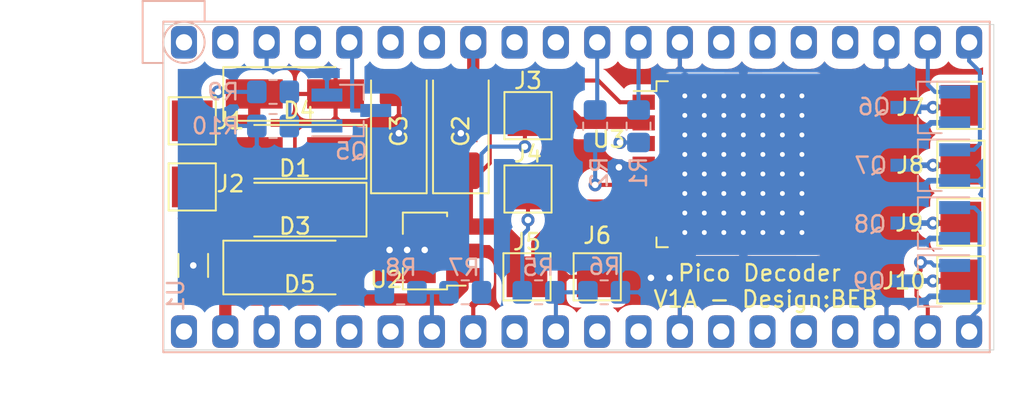
<source format=kicad_pcb>
(kicad_pcb (version 20221018) (generator pcbnew)
  (layers (0 "F.Cu" signal) (31 "B.Cu" signal) (34 "B.Paste" user) (35 "F.Paste" user) (36 "B.SilkS" user "B.Silkscreen") (37 "F.SilkS" user "F.Silkscreen") (38 "B.Mask" user) (39 "F.Mask" user) (44 "Edge.Cuts" user))
  (net 0 "")
  (net 1 "GND")
  (net 2 "MOTOR_A")
  (net 3 "+VDCC")
  (net 4 "MOTOR_B")
  (net 5 "ADC0")
  (net 6 "+5V")
  (net 7 "Net-(U1-Pad6)")
  (net 8 "Net-(U1-Pad7)")
  (net 9 "Net-(U1-Pad14)")
  (net 10 "Net-(U1-Pad15)")
  (net 11 "Net-(U1-Pad16)")
  (net 12 "Net-(U1-Pad17)")
  (net 13 "Net-(U1-Pad24)")
  (net 14 "Net-(U1-Pad25)")
  (net 15 "Net-(U1-Pad26)")
  (net 16 "Net-(U1-Pad27)")
  (net 17 "Net-(U1-Pad29)")
  (net 18 "Net-(U1-Pad35)")
  (net 19 "Net-(U1-Pad36)")
  (net 20 "Net-(U1-Pad37)")
  (net 21 "Net-(U1-Pad40)")
  (net 22 "Net-(D1-Pad2)")
  (net 23 "Net-(D3-Pad2)")
  (net 24 "Net-(Q5-Pad1)")
  (net 25 "DCC_IN")
  (net 26 "Net-(J7-Pad1)")
  (net 27 "Net-(J8-Pad1)")
  (net 28 "Net-(J9-Pad1)")
  (net 29 "Net-(J10-Pad1)")
  (net 30 "FUNC_A")
  (net 31 "FUNC_B")
  (net 32 "FUNC_C")
  (net 33 "FUNC_D")
  (net 34 "PWM_F")
  (net 35 "PWM_R")
  (net 36 "Net-(R1-Pad2)")
  (net 37 "Net-(R2-Pad2)")
  (net 38 "ADC2")
  (net 39 "Net-(U1-Pad32)")
  (net 40 "Net-(U1-Pad4)")
  (net 41 "Net-(U1-Pad1)")
  (net 42 "Net-(U1-Pad2)")
  (net 43 "Net-(U1-Pad9)")
  (net 44 "Net-(U1-Pad10)")
  (net 45 "Net-(U1-Pad30)")
  (footprint "Capacitor_SMD:C_1206_3216Metric_Pad1.33x1.80mm_HandSolder" (layer "F.Cu") (at 141.7955 114.808 90)
    (fp_text reference "C1" hide)
    (fp_text value "10uF/16V")
    (pad "1" smd roundrect (at -1.5625 0 90) (size 1.325 1.8) (layers "F.Cu" "F.Paste" "F.Mask") (roundrect_rratio 0.1886769811) (net 6 "+5V"))
    (pad "2" smd roundrect (at 1.5625 0 90) (size 1.325 1.8) (layers "F.Cu" "F.Paste" "F.Mask") (roundrect_rratio 0.1886769811) (net 1 "GND"))
  )
  (footprint "Diode_SMD:D_SMA_Handsoldering" (layer "F.Cu") (at 148.042 107.823 180)
    (fp_text reference "D1" (at 0 -1.016) (layer "F.SilkS"))
    (fp_text value "RBR3L60ADD")
    (pad "1" smd rect (at -2.5 0 180) (size 3.5 1.8) (layers "F.Cu" "F.Paste" "F.Mask") (net 3 "+VDCC"))
    (pad "2" smd rect (at 2.5 0 180) (size 3.5 1.8) (layers "F.Cu" "F.Paste" "F.Mask") (net 22 "Net-(D1-Pad2)"))
  )
  (footprint "Diode_SMD:D_SMA_Handsoldering" (layer "F.Cu") (at 148.042 111.379 180)
    (fp_text reference "D3" (at 0 -1.016) (layer "F.SilkS"))
    (fp_text value "RBR3L60ADD")
    (pad "1" smd rect (at -2.5 0 180) (size 3.5 1.8) (layers "F.Cu" "F.Paste" "F.Mask") (net 3 "+VDCC"))
    (pad "2" smd rect (at 2.5 0 180) (size 3.5 1.8) (layers "F.Cu" "F.Paste" "F.Mask") (net 23 "Net-(D3-Pad2)"))
  )
  (footprint "Diode_SMD:D_SMA_Handsoldering" (layer "F.Cu") (at 148.042 114.935)
    (fp_text reference "D5" (at 0.294 1.016) (layer "F.SilkS"))
    (fp_text value "RBR3L60ADD")
    (pad "1" smd rect (at -2.5 0) (size 3.5 1.8) (layers "F.Cu" "F.Paste" "F.Mask") (net 23 "Net-(D3-Pad2)"))
    (pad "2" smd rect (at 2.5 0) (size 3.5 1.8) (layers "F.Cu" "F.Paste" "F.Mask") (net 1 "GND"))
  )
  (footprint "Package_TO_SOT_SMD:SOT-89-3_Handsoldering" (layer "F.Cu") (at 156.337 113.919 180)
    (fp_text reference "U2" (at 2.676 -1.754) (layer "F.SilkS"))
    (fp_text value "AP7387Q-50Y-13")
    (pad "1" smd rect (at -2.15 -1.5 180) (size 2.3 0.9) (layers "F.Cu" "F.Paste" "F.Mask") (net 6 "+5V"))
    (pad "2" smd custom (at -2.0625 0 180) (size 2.475 0.9) (layers "F.Cu" "F.Paste" "F.Mask") (net 1 "GND") (options (clearance outline) (anchor rect)) (primitives (gr_poly (pts (xy 1.2375 -0.8665) (xy 5.3625 -0.8665) (xy 5.3625 0.8665) (xy 1.2375 0.8665)) (width 0) (fill yes))))
    (pad "3" smd rect (at -2.15 1.5 180) (size 2.3 0.9) (layers "F.Cu" "F.Paste" "F.Mask") (net 3 "+VDCC"))
  )
  (footprint "TestPoint:TestPoint_Pad_2.5x2.5mm" (layer "F.Cu") (at 141.732 105.918)
    (fp_text reference "J1" (at 2.3495 0) (layer "F.SilkS"))
    (fp_text value "PAD")
    (pad "1" smd rect (at 0 0) (size 2.5 2.5) (layers "F.Cu" "F.Mask") (net 22 "Net-(D1-Pad2)"))
  )
  (footprint "TestPoint:TestPoint_Pad_2.5x2.5mm" (layer "F.Cu") (at 141.732 109.982)
    (fp_text reference "J2" (at 2.3495 -0.1905) (layer "F.SilkS"))
    (fp_text value "PAD")
    (pad "1" smd rect (at 0 0) (size 2.5 2.5) (layers "F.Cu" "F.Mask") (net 23 "Net-(D3-Pad2)"))
  )
  (footprint "TestPoint:TestPoint_Pad_2.5x2.5mm" (layer "F.Cu") (at 162.3695 105.6005)
    (fp_text reference "J3" (at 0 -2.148) (layer "F.SilkS"))
    (fp_text value "PAD")
    (pad "1" smd rect (at 0 0) (size 2.5 2.5) (layers "F.Cu" "F.Mask") (net 2 "MOTOR_A"))
  )
  (footprint "TestPoint:TestPoint_Pad_2.5x2.5mm" (layer "F.Cu") (at 162.306 115.5065)
    (fp_text reference "J5" (at 0 -2.148) (layer "F.SilkS"))
    (fp_text value "PAD")
    (pad "1" smd rect (at 0 0) (size 2.5 2.5) (layers "F.Cu" "F.Mask") (net 3 "+VDCC"))
  )
  (footprint "TestPoint:TestPoint_Pad_2.5x2.5mm" (layer "F.Cu") (at 166.624 115.5065)
    (fp_text reference "J6" (at 0 -2.54) (layer "F.SilkS"))
    (fp_text value "PAD")
    (pad "1" smd rect (at 0 0) (size 2.5 2.5) (layers "F.Cu" "F.Mask") (net 1 "GND"))
  )
  (footprint "TestPoint:TestPoint_Pad_2.5x2.5mm" (layer "F.Cu") (at 188.976 104.9655)
    (fp_text reference "J7" (at -3.1115 0.127) (layer "F.SilkS"))
    (fp_text value "PAD")
    (pad "1" smd rect (at 0 0) (size 2.5 2.5) (layers "F.Cu" "F.Mask") (net 26 "Net-(J7-Pad1)"))
  )
  (footprint "TestPoint:TestPoint_Pad_2.5x2.5mm" (layer "F.Cu") (at 188.976 108.585)
    (fp_text reference "J8" (at -3.1115 0.0635) (layer "F.SilkS"))
    (fp_text value "PAD")
    (pad "1" smd rect (at 0 0) (size 2.5 2.5) (layers "F.Cu" "F.Mask") (net 27 "Net-(J8-Pad1)"))
  )
  (footprint "TestPoint:TestPoint_Pad_2.5x2.5mm" (layer "F.Cu") (at 188.976 115.697)
    (fp_text reference "J10" (at -3.4925 0.0635) (layer "F.SilkS"))
    (fp_text value "PAD")
    (pad "1" smd rect (at 0 0) (size 2.5 2.5) (layers "F.Cu" "F.Mask") (net 29 "Net-(J10-Pad1)"))
  )
  (footprint "Diode_SMD:D_SMA_Handsoldering" (layer "F.Cu") (at 148.042 104.267)
    (fp_text reference "D4" (at 0.254 1.016) (layer "F.SilkS"))
    (fp_text value "RBR3L60ADD")
    (pad "1" smd rect (at -2.5 0) (size 3.5 1.8) (layers "F.Cu" "F.Paste" "F.Mask") (net 22 "Net-(D1-Pad2)"))
    (pad "2" smd rect (at 2.5 0) (size 3.5 1.8) (layers "F.Cu" "F.Paste" "F.Mask") (net 1 "GND"))
  )
  (footprint "Package_TO_SOT_SMD:Rohm_HRP7" (layer "F.Cu") (at 174.4515 108.585)
    (fp_text reference "U3" (at -7.112 -1.524) (layer "F.SilkS"))
    (fp_text value "BD6232HFP")
    (pad "1" smd rect (at -4.97 -3.81) (size 1.37 0.93) (layers "F.Cu" "F.Paste" "F.Mask") (net 3 "+VDCC"))
    (pad "2" smd rect (at -4.97 -2.54) (size 1.37 0.93) (layers "F.Cu" "F.Paste" "F.Mask") (net 2 "MOTOR_A"))
    (pad "3" smd rect (at -4.97 -1.27) (size 1.37 0.93) (layers "F.Cu" "F.Paste" "F.Mask") (net 36 "Net-(R1-Pad2)"))
    (pad "4" smd rect (at -4.97 0) (size 1.37 0.93) (layers "F.Cu" "F.Paste" "F.Mask") (net 1 "GND"))
    (pad "4" thru_hole circle (at -2.445 -4.2) (size 0.6 0.6) (drill 0.3) (layers "*.Cu") (net 1 "GND"))
    (pad "4" thru_hole circle (at -2.445 -3) (size 0.6 0.6) (drill 0.3) (layers "*.Cu") (net 1 "GND"))
    (pad "4" thru_hole circle (at -2.445 -1.8) (size 0.6 0.6) (drill 0.3) (layers "*.Cu") (net 1 "GND"))
    (pad "4" thru_hole circle (at -2.445 -0.6) (size 0.6 0.6) (drill 0.3) (layers "*.Cu") (net 1 "GND"))
    (pad "4" thru_hole circle (at -2.445 0.6) (size 0.6 0.6) (drill 0.3) (layers "*.Cu") (net 1 "GND"))
    (pad "4" thru_hole circle (at -2.445 1.8) (size 0.6 0.6) (drill 0.3) (layers "*.Cu") (net 1 "GND"))
    (pad "4" thru_hole circle (at -2.445 3) (size 0.6 0.6) (drill 0.3) (layers "*.Cu") (net 1 "GND"))
    (pad "4" thru_hole circle (at -2.445 4.2) (size 0.6 0.6) (drill 0.3) (layers "*.Cu") (net 1 "GND"))
    (pad "4" thru_hole circle (at -1.245 -4.2) (size 0.6 0.6) (drill 0.3) (layers "*.Cu") (net 1 "GND"))
    (pad "4" thru_hole circle (at -1.245 -3) (size 0.6 0.6) (drill 0.3) (layers "*.Cu") (net 1 "GND"))
    (pad "4" thru_hole circle (at -1.245 -1.8) (size 0.6 0.6) (drill 0.3) (layers "*.Cu") (net 1 "GND"))
    (pad "4" thru_hole circle (at -1.245 -0.6) (size 0.6 0.6) (drill 0.3) (layers "*.Cu") (net 1 "GND"))
    (pad "4" thru_hole circle (at -1.245 0.6) (size 0.6 0.6) (drill 0.3) (layers "*.Cu") (net 1 "GND"))
    (pad "4" thru_hole circle (at -1.245 1.8) (size 0.6 0.6) (drill 0.3) (layers "*.Cu") (net 1 "GND"))
    (pad "4" thru_hole circle (at -1.245 3) (size 0.6 0.6) (drill 0.3) (layers "*.Cu") (net 1 "GND"))
    (pad "4" thru_hole circle (at -1.245 4.2) (size 0.6 0.6) (drill 0.3) (layers "*.Cu") (net 1 "GND"))
    (pad "4" thru_hole circle (at -0.045 -4.2) (size 0.6 0.6) (drill 0.3) (layers "*.Cu") (net 1 "GND"))
    (pad "4" thru_hole circle (at -0.045 -3) (size 0.6 0.6) (drill 0.3) (layers "*.Cu") (net 1 "GND"))
    (pad "4" thru_hole circle (at -0.045 -1.8) (size 0.6 0.6) (drill 0.3) (layers "*.Cu") (net 1 "GND"))
    (pad "4" thru_hole circle (at -0.045 -0.6) (size 0.6 0.6) (drill 0.3) (layers "*.Cu") (net 1 "GND"))
    (pad "4" thru_hole circle (at -0.045 0.6) (size 0.6 0.6) (drill 0.3) (layers "*.Cu") (net 1 "GND"))
    (pad "4" thru_hole circle (at -0.045 1.8) (size 0.6 0.6) (drill 0.3) (layers "*.Cu") (net 1 "GND"))
    (pad "4" thru_hole circle (at -0.045 3) (size 0.6 0.6) (drill 0.3) (layers "*.Cu") (net 1 "GND"))
    (pad "4" thru_hole circle (at -0.045 4.2) (size 0.6 0.6) (drill 0.3) (layers "*.Cu") (net 1 "GND"))
    (pad "4" thru_hole circle (at 1.155 -4.2) (size 0.6 0.6) (drill 0.3) (layers "*.Cu") (net 1 "GND"))
    (pad "4" thru_hole circle (at 1.155 -3) (size 0.6 0.6) (drill 0.3) (layers "*.Cu") (net 1 "GND"))
    (pad "4" thru_hole circle (at 1.155 -1.8) (size 0.6 0.6) (drill 0.3) (layers "*.Cu") (net 1 "GND"))
    (pad "4" thru_hole circle (at 1.155 -0.6) (size 0.6 0.6) (drill 0.3) (layers "*.Cu") (net 1 "GND"))
    (pad "4" smd rect (at 1.155 0) (size 9 10) (layers "F.Cu" "F.Mask") (net 1 "GND"))
    (pad "4" smd rect (at 1.155 0) (size 9 10) (layers "B.Cu") (net 1 "GND"))
    (pad "4" thru_hole circle (at 1.155 0.6) (size 0.6 0.6) (drill 0.3) (layers "*.Cu") (net 1 "GND"))
    (pad "4" thru_hole circle (at 1.155 1.8) (size 0.6 0.6) (drill 0.3) (layers "*.Cu") (net 1 "GND"))
    (pad "4" thru_hole circle (at 1.155 3) (size 0.6 0.6) (drill 0.3) (layers "*.Cu") (net 1 "GND"))
    (pad "4" thru_hole circle (at 1.155 4.2) (size 0.6 0.6) (drill 0.3) (layers "*.Cu") (net 1 "GND"))
    (pad "4" thru_hole circle (at 2.355 -4.2) (size 0.6 0.6) (drill 0.3) (layers "*.Cu") (net 1 "GND"))
    (pad "4" thru_hole circle (at 2.355 -3) (size 0.6 0.6) (drill 0.3) (layers "*.Cu") (net 1 "GND"))
    (pad "4" thru_hole circle (at 2.355 -1.8) (size 0.6 0.6) (drill 0.3) (layers "*.Cu") (net 1 "GND"))
    (pad "4" thru_hole circle (at 2.355 -0.6) (size 0.6 0.6) (drill 0.3) (layers "*.Cu") (net 1 "GND"))
    (pad "4" thru_hole circle (at 2.355 0.6) (size 0.6 0.6) (drill 0.3) (layers "*.Cu") (net 1 "GND"))
    (pad "4" thru_hole circle (at 2.355 1.8) (size 0.6 0.6) (drill 0.3) (layers "*.Cu") (net 1 "GND"))
    (pad "4" thru_hole circle (at 2.355 3) (size 0.6 0.6) (drill 0.3) (layers "*.Cu") (net 1 "GND"))
    (pad "4" thru_hole circle (at 2.355 4.2) (size 0.6 0.6) (drill 0.3) (layers "*.Cu") (net 1 "GND"))
    (pad "4" thru_hole circle (at 3.555 -4.2) (size 0.6 0.6) (drill 0.3) (layers "*.Cu") (net 1 "GND"))
    (pad "4" thru_hole circle (at 3.555 -3) (size 0.6 0.6) (drill 0.3) (layers "*.Cu") (net 1 "GND"))
    (pad "4" thru_hole circle (at 3.555 -1.8) (size 0.6 0.6) (drill 0.3) (layers "*.Cu") (net 1 "GND"))
    (pad "4" thru_hole circle (at 3.555 -0.6) (size 0.6 0.6) (drill 0.3) (layers "*.Cu") (net 1 "GND"))
    (pad "4" thru_hole circle (at 3.555 0.6) (size 0.6 0.6) (drill 0.3) (layers "*.Cu") (net 1 "GND"))
    (pad "4" thru_hole circle (at 3.555 1.8) (size 0.6 0.6) (drill 0.3) (layers "*.Cu") (net 1 "GND"))
    (pad "4" thru_hole circle (at 3.555 3) (size 0.6 0.6) (drill 0.3) (layers "*.Cu") (net 1 "GND"))
    (pad "4" thru_hole circle (at 3.555 4.2) (size 0.6 0.6) (drill 0.3) (layers "*.Cu") (net 1 "GND"))
    (pad "4" thru_hole circle (at 4.755 -4.2) (size 0.6 0.6) (drill 0.3) (layers "*.Cu") (net 1 "GND"))
    (pad "4" thru_hole circle (at 4.755 -3) (size 0.6 0.6) (drill 0.3) (layers "*.Cu") (net 1 "GND"))
    (pad "4" thru_hole circle (at 4.755 -1.8) (size 0.6 0.6) (drill 0.3) (layers "*.Cu") (net 1 "GND"))
    (pad "4" thru_hole circle (at 4.755 -0.6) (size 0.6 0.6) (drill 0.3) (layers "*.Cu") (net 1 "GND"))
    (pad "4" thru_hole circle (at 4.755 0.6) (size 0.6 0.6) (drill 0.3) (layers "*.Cu") (net 1 "GND"))
    (pad "4" thru_hole circle (at 4.755 1.8) (size 0.6 0.6) (drill 0.3) (layers "*.Cu") (net 1 "GND"))
    (pad "4" thru_hole circle (at 4.755 3) (size 0.6 0.6) (drill 0.3) (layers "*.Cu") (net 1 "GND"))
    (pad "4" thru_hole circle (at 4.755 4.2) (size 0.6 0.6) (drill 0.3) (layers "*.Cu") (net 1 "GND"))
    (pad "5" smd rect (at -4.97 1.27) (size 1.37 0.93) (layers "F.Cu" "F.Paste" "F.Mask") (net 37 "Net-(R2-Pad2)"))
    (pad "6" smd rect (at -4.97 2.54) (size 1.37 0.93) (layers "F.Cu" "F.Paste" "F.Mask") (net 4 "MOTOR_B"))
    (pad "7" smd rect (at -4.97 3.81) (size 1.37 0.93) (layers "F.Cu" "F.Paste" "F.Mask") (net 3 "+VDCC"))
  )
  (footprint "Capacitor_Tantalum_SMD:CP_EIA-6032-20_AVX-F_Pad2.25x2.35mm_HandSolder" (layer "F.Cu") (at 154.432 106.436 90)
    (fp_text reference "C2" (at -0.117 3.81 270) (layer "F.SilkS"))
    (fp_text value "10uF/25V")
    (pad "1" smd roundrect (at -2.55 0 90) (size 2.25 2.35) (layers "F.Cu" "F.Paste" "F.Mask") (roundrect_rratio 0.1111106667) (net 3 "+VDCC"))
    (pad "2" smd roundrect (at 2.55 0 90) (size 2.25 2.35) (layers "F.Cu" "F.Paste" "F.Mask") (roundrect_rratio 0.1111106667) (net 1 "GND"))
  )
  (footprint "Capacitor_Tantalum_SMD:CP_EIA-6032-20_AVX-F_Pad2.25x2.35mm_HandSolder" (layer "F.Cu") (at 158.242 106.436 90)
    (fp_text reference "C3" (at -0.117 -3.81 90) (layer "F.SilkS"))
    (fp_text value "10uF/25V")
    (pad "1" smd roundrect (at -2.55 0 90) (size 2.25 2.35) (layers "F.Cu" "F.Paste" "F.Mask") (roundrect_rratio 0.1111106667) (net 3 "+VDCC"))
    (pad "2" smd roundrect (at 2.55 0 90) (size 2.25 2.35) (layers "F.Cu" "F.Paste" "F.Mask") (roundrect_rratio 0.1111106667) (net 1 "GND"))
  )
  (footprint "TestPoint:TestPoint_Pad_2.5x2.5mm" (layer "F.Cu") (at 188.976 112.141)
    (fp_text reference "J9" (at -3.175 0.0635) (layer "F.SilkS"))
    (fp_text value "PAD")
    (pad "1" smd rect (at 0 0) (size 2.5 2.5) (layers "F.Cu" "F.Mask") (net 28 "Net-(J9-Pad1)"))
  )
  (footprint "TestPoint:TestPoint_Pad_2.5x2.5mm" (layer "F.Cu") (at 162.3695 110.109)
    (fp_text reference "J4" (at 0 -2.148) (layer "F.SilkS"))
    (fp_text value "PAD")
    (pad "1" smd rect (at 0 0) (size 2.5 2.5) (layers "F.Cu" "F.Mask") (net 4 "MOTOR_B"))
  )
  (footprint "Resistor_SMD:R_0805_2012Metric_Pad1.20x1.40mm_HandSolder" (layer "B.Cu") (at 163.0205 116.459)
    (fp_text reference "R5" (at -0.016 -1.524) (layer "B.SilkS") (effects (justify mirror)))
    (fp_text value "6k8")
    (pad "1" smd roundrect (at -1 0) (size 1.2 1.4) (layers "B.Cu" "B.Paste" "B.Mask") (roundrect_rratio 0.2083325) (net 4 "MOTOR_B"))
    (pad "2" smd roundrect (at 1 0) (size 1.2 1.4) (layers "B.Cu" "B.Paste" "B.Mask") (roundrect_rratio 0.2083325) (net 5 "ADC0"))
  )
  (footprint "Resistor_SMD:R_0805_2012Metric_Pad1.20x1.40mm_HandSolder" (layer "B.Cu") (at 154.543 116.459 180)
    (fp_text reference "R8" (at -0.016 1.524) (layer "B.SilkS") (effects (justify mirror)))
    (fp_text value "1k")
    (pad "1" smd roundrect (at -1 0 180) (size 1.2 1.4) (layers "B.Cu" "B.Paste" "B.Mask") (roundrect_rratio 0.2083325) (net 38 "ADC2"))
    (pad "2" smd roundrect (at 1 0 180) (size 1.2 1.4) (layers "B.Cu" "B.Paste" "B.Mask") (roundrect_rratio 0.2083325) (net 1 "GND"))
  )
  (footprint "Resistor_SMD:R_0805_2012Metric_Pad1.20x1.40mm_HandSolder" (layer "B.Cu") (at 146.701 104.14 180)
    (fp_text reference "R9" (at 3.064 0) (layer "B.SilkS") (effects (justify mirror)))
    (fp_text value "10k")
    (pad "1" smd roundrect (at -1 0 180) (size 1.2 1.4) (layers "B.Cu" "B.Paste" "B.Mask") (roundrect_rratio 0.2083325) (net 24 "Net-(Q5-Pad1)"))
    (pad "2" smd roundrect (at 1 0 180) (size 1.2 1.4) (layers "B.Cu" "B.Paste" "B.Mask") (roundrect_rratio 0.2083325) (net 22 "Net-(D1-Pad2)"))
  )
  (footprint "Resistor_SMD:R_0805_2012Metric_Pad1.20x1.40mm_HandSolder" (layer "B.Cu") (at 146.701 106.2355 180)
    (fp_text reference "R10" (at 3.54 0) (layer "B.SilkS") (effects (justify mirror)))
    (fp_text value "10k")
    (pad "1" smd roundrect (at -1 0 180) (size 1.2 1.4) (layers "B.Cu" "B.Paste" "B.Mask") (roundrect_rratio 0.2083325) (net 24 "Net-(Q5-Pad1)"))
    (pad "2" smd roundrect (at 1 0 180) (size 1.2 1.4) (layers "B.Cu" "B.Paste" "B.Mask") (roundrect_rratio 0.2083325) (net 1 "GND"))
  )
  (footprint "Resistor_SMD:R_0805_2012Metric_Pad1.20x1.40mm_HandSolder" (layer "B.Cu") (at 167.0525 116.459)
    (fp_text reference "R6" (at 0.016 -1.5875) (layer "B.SilkS") (effects (justify mirror)))
    (fp_text value "1k")
    (pad "1" smd roundrect (at -1 0) (size 1.2 1.4) (layers "B.Cu" "B.Paste" "B.Mask") (roundrect_rratio 0.2083325) (net 5 "ADC0"))
    (pad "2" smd roundrect (at 1 0) (size 1.2 1.4) (layers "B.Cu" "B.Paste" "B.Mask") (roundrect_rratio 0.2083325) (net 1 "GND"))
  )
  (footprint "Resistor_SMD:R_0805_2012Metric_Pad1.20x1.40mm_HandSolder" (layer "B.Cu") (at 158.512 116.459 180)
    (fp_text reference "R7" (at 0.0795 1.524) (layer "B.SilkS") (effects (justify mirror)))
    (fp_text value "6k8")
    (pad "1" smd roundrect (at -1 0 180) (size 1.2 1.4) (layers "B.Cu" "B.Paste" "B.Mask") (roundrect_rratio 0.2083325) (net 2 "MOTOR_A"))
    (pad "2" smd roundrect (at 1 0 180) (size 1.2 1.4) (layers "B.Cu" "B.Paste" "B.Mask") (roundrect_rratio 0.2083325) (net 38 "ADC2"))
  )
  (footprint "RaspberryPico:RaspberryPico_TH_NoSWD" (layer "B.Cu") (at 141.224 101.092 -90)
    (fp_text reference "U1" (at 15.5575 0.508 270) (layer "B.SilkS") (effects (justify mirror)))
    (fp_text value "RaspberryPico")
    (pad "1" thru_hole roundrect (at 0 0 270) (size 2 1.6) (drill 1) (layers "*.Cu" "*.Mask") (net 41 "Net-(U1-Pad1)"))
    (pad "2" thru_hole roundrect (at 0 -2.54 270) (size 2 1.6) (drill 1) (layers "*.Cu" "*.Mask") (net 42 "Net-(U1-Pad2)"))
    (pad "3" thru_hole roundrect (at 0 -5.08 270) (size 2 1.6) (drill 1) (layers "*.Cu" "*.Mask") (net 1 "GND"))
    (pad "4" thru_hole roundrect (at 0 -7.62 270) (size 2 1.6) (drill 1) (layers "*.Cu" "*.Mask") (net 40 "Net-(U1-Pad4)"))
    (pad "5" thru_hole roundrect (at 0 -10.16 270) (size 2 1.6) (drill 1) (layers "*.Cu" "*.Mask") (net 25 "DCC_IN"))
    (pad "6" thru_hole roundrect (at 0 -12.7 270) (size 2 1.6) (drill 1) (layers "*.Cu" "*.Mask") (net 7 "Net-(U1-Pad6)"))
    (pad "7" thru_hole roundrect (at 0 -15.24 270) (size 2 1.6) (drill 1) (layers "*.Cu" "*.Mask") (net 8 "Net-(U1-Pad7)"))
    (pad "8" thru_hole roundrect (at 0 -17.78 270) (size 2 1.6) (drill 1) (layers "*.Cu" "*.Mask") (net 1 "GND"))
    (pad "9" thru_hole roundrect (at 0 -20.32 270) (size 2 1.6) (drill 1) (layers "*.Cu" "*.Mask") (net 43 "Net-(U1-Pad9)"))
    (pad "10" thru_hole roundrect (at 0 -22.86 270) (size 2 1.6) (drill 1) (layers "*.Cu" "*.Mask") (net 44 "Net-(U1-Pad10)"))
    (pad "11" thru_hole roundrect (at 0 -25.4 270) (size 2 1.6) (drill 1) (layers "*.Cu" "*.Mask") (net 35 "PWM_R"))
    (pad "12" thru_hole roundrect (at 0 -27.94 270) (size 2 1.6) (drill 1) (layers "*.Cu" "*.Mask") (net 34 "PWM_F"))
    (pad "13" thru_hole roundrect (at 0 -30.48 270) (size 2 1.6) (drill 1) (layers "*.Cu" "*.Mask") (net 1 "GND"))
    (pad "14" thru_hole roundrect (at 0 -33.02 270) (size 2 1.6) (drill 1) (layers "*.Cu" "*.Mask") (net 9 "Net-(U1-Pad14)"))
    (pad "15" thru_hole roundrect (at 0 -35.56 270) (size 2 1.6) (drill 1) (layers "*.Cu" "*.Mask") (net 10 "Net-(U1-Pad15)"))
    (pad "16" thru_hole roundrect (at 0 -38.1 270) (size 2 1.6) (drill 1) (layers "*.Cu" "*.Mask") (net 11 "Net-(U1-Pad16)"))
    (pad "17" thru_hole roundrect (at 0 -40.64 270) (size 2 1.6) (drill 1) (layers "*.Cu" "*.Mask") (net 12 "Net-(U1-Pad17)"))
    (pad "18" thru_hole roundrect (at 0 -43.18 270) (size 2 1.6) (drill 1) (layers "*.Cu" "*.Mask") (net 1 "GND"))
    (pad "19" thru_hole roundrect (at 0 -45.72 270) (size 2 1.6) (drill 1) (layers "*.Cu" "*.Mask") (net 30 "FUNC_A"))
    (pad "20" thru_hole roundrect (at 0 -48.26 270) (size 2 1.6) (drill 1) (layers "*.Cu" "*.Mask") (net 31 "FUNC_B"))
    (pad "21" thru_hole roundrect (at 17.78 -48.26 270) (size 2 1.6) (drill 1) (layers "*.Cu" "*.Mask") (net 32 "FUNC_C"))
    (pad "22" thru_hole roundrect (at 17.78 -45.72 270) (size 2 1.6) (drill 1) (layers "*.Cu" "*.Mask") (net 33 "FUNC_D"))
    (pad "23" thru_hole roundrect (at 17.78 -43.18 270) (size 2 1.6) (drill 1) (layers "*.Cu" "*.Mask") (net 1 "GND"))
    (pad "24" thru_hole roundrect (at 17.78 -40.64 270) (size 2 1.6) (drill 1) (layers "*.Cu" "*.Mask") (net 13 "Net-(U1-Pad24)"))
    (pad "25" thru_hole roundrect (at 17.78 -38.1 270) (size 2 1.6) (drill 1) (layers "*.Cu" "*.Mask") (net 14 "Net-(U1-Pad25)"))
    (pad "26" thru_hole roundrect (at 17.78 -35.56 270) (size 2 1.6) (drill 1) (layers "*.Cu" "*.Mask") (net 15 "Net-(U1-Pad26)"))
    (pad "27" thru_hole roundrect (at 17.78 -33.02 270) (size 2 1.6) (drill 1) (layers "*.Cu" "*.Mask") (net 16 "Net-(U1-Pad27)"))
    (pad "28" thru_hole roundrect (at 17.78 -30.48 270) (size 2 1.6) (drill 1) (layers "*.Cu" "*.Mask") (net 1 "GND"))
    (pad "29" thru_hole roundrect (at 17.78 -27.94 270) (size 2 1.6) (drill 1) (layers "*.Cu" "*.Mask") (net 17 "Net-(U1-Pad29)"))
    (pad "30" thru_hole roundrect (at 17.78 -25.4 270) (size 2 1.6) (drill 1) (layers "*.Cu" "*.Mask") (net 45 "Net-(U1-Pad30)"))
    (pad "31" thru_hole roundrect (at 17.78 -22.86 270) (size 2 1.6) (drill 1) (layers "*.Cu" "*.Mask") (net 5 "ADC0"))
    (pad "32" thru_hole roundrect (at 17.78 -20.32 270) (size 2 1.6) (drill 1) (layers "*.Cu" "*.Mask") (net 39 "Net-(U1-Pad32)"))
    (pad "33" thru_hole roundrect (at 17.78 -17.78 270) (size 2 1.6) (drill 1) (layers "*.Cu" "*.Mask") (net 1 "GND"))
    (pad "34" thru_hole roundrect (at 17.78 -15.24 270) (size 2 1.6) (drill 1) (layers "*.Cu" "*.Mask") (net 38 "ADC2"))
    (pad "35" thru_hole roundrect (at 17.78 -12.7 270) (size 2 1.6) (drill 1) (layers "*.Cu" "*.Mask") (net 18 "Net-(U1-Pad35)"))
    (pad "36" thru_hole roundrect (at 17.78 -10.16 270) (size 2 1.6) (drill 1) (layers "*.Cu" "*.Mask") (net 19 "Net-(U1-Pad36)"))
    (pad "37" thru_hole roundrect (at 17.78 -7.62 270) (size 2 1.6) (drill 1) (layers "*.Cu" "*.Mask") (net 20 "Net-(U1-Pad37)"))
    (pad "38" thru_hole roundrect (at 17.78 -5.08 270) (size 2 1.6) (drill 1) (layers "*.Cu" "*.Mask") (net 1 "GND"))
    (pad "39" thru_hole roundrect (at 17.78 -2.54 270) (size 2 1.6) (drill 1) (layers "*.Cu" "*.Mask") (net 6 "+5V"))
    (pad "40" thru_hole roundrect (at 17.78 0 270) (size 2 1.6) (drill 1) (layers "*.Cu" "*.Mask") (net 21 "Net-(U1-Pad40)"))
  )
  (footprint "Resistor_SMD:R_0805_2012Metric_Pad1.20x1.40mm_HandSolder" (layer "B.Cu") (at 169.164 106.2515 -90)
    (fp_text reference "R1" (at 2.842 0 90) (layer "B.SilkS") (effects (justify mirror)))
    (fp_text value "10k")
    (pad "1" smd roundrect (at -1 0 270) (size 1.2 1.4) (layers "B.Cu" "B.Paste" "B.Mask") (roundrect_rratio 0.2083325) (net 34 "PWM_F"))
    (pad "2" smd roundrect (at 1 0 270) (size 1.2 1.4) (layers "B.Cu" "B.Paste" "B.Mask") (roundrect_rratio 0.2083325) (net 36 "Net-(R1-Pad2)"))
  )
  (footprint "Resistor_SMD:R_0805_2012Metric_Pad1.20x1.40mm_HandSolder" (layer "B.Cu") (at 166.497 106.2515 -90)
    (fp_text reference "R2" (at 2.842 -0.254 270) (layer "B.SilkS") (effects (justify mirror)))
    (fp_text value "10k")
    (pad "1" smd roundrect (at -1 0 270) (size 1.2 1.4) (layers "B.Cu" "B.Paste" "B.Mask") (roundrect_rratio 0.2083325) (net 35 "PWM_R"))
    (pad "2" smd roundrect (at 1 0 270) (size 1.2 1.4) (layers "B.Cu" "B.Paste" "B.Mask") (roundrect_rratio 0.2083325) (net 37 "Net-(R2-Pad2)"))
  )
  (footprint "Package_TO_SOT_SMD:SOT-23_Handsoldering" (layer "B.Cu") (at 187.095 105.095 180)
    (fp_text reference "Q6" (at 3.453 0.0406) (layer "B.SilkS") (effects (justify mirror)))
    (fp_text value "2N7002BK")
    (pad "1" smd rect (at -1.5 0.95 180) (size 1.9 0.8) (layers "B.Cu" "B.Paste" "B.Mask") (net 30 "FUNC_A"))
    (pad "2" smd rect (at -1.5 -0.95 180) (size 1.9 0.8) (layers "B.Cu" "B.Paste" "B.Mask") (net 1 "GND"))
    (pad "3" smd rect (at 1.5 0 180) (size 1.9 0.8) (layers "B.Cu" "B.Paste" "B.Mask") (net 26 "Net-(J7-Pad1)"))
  )
  (footprint "Package_TO_SOT_SMD:SOT-23_Handsoldering" (layer "B.Cu") (at 151.511 105.283)
    (fp_text reference "Q5" (at 0 2.5) (layer "B.SilkS") (effects (justify mirror)))
    (fp_text value "2N7002BK")
    (pad "1" smd rect (at -1.5 0.95) (size 1.9 0.8) (layers "B.Cu" "B.Paste" "B.Mask") (net 24 "Net-(Q5-Pad1)"))
    (pad "2" smd rect (at -1.5 -0.95) (size 1.9 0.8) (layers "B.Cu" "B.Paste" "B.Mask") (net 1 "GND"))
    (pad "3" smd rect (at 1.5 0) (size 1.9 0.8) (layers "B.Cu" "B.Paste" "B.Mask") (net 25 "DCC_IN"))
  )
  (footprint "Package_TO_SOT_SMD:SOT-23_Handsoldering" (layer "B.Cu") (at 187.095 108.6485 180)
    (fp_text reference "Q7" (at 3.6562 -0.0127) (layer "B.SilkS") (effects (justify mirror)))
    (fp_text value "2N7002BK")
    (pad "1" smd rect (at -1.5 0.95 180) (size 1.9 0.8) (layers "B.Cu" "B.Paste" "B.Mask") (net 31 "FUNC_B"))
    (pad "2" smd rect (at -1.5 -0.95 180) (size 1.9 0.8) (layers "B.Cu" "B.Paste" "B.Mask") (net 1 "GND"))
    (pad "3" smd rect (at 1.5 0 180) (size 1.9 0.8) (layers "B.Cu" "B.Paste" "B.Mask") (net 27 "Net-(J8-Pad1)"))
  )
  (footprint "Package_TO_SOT_SMD:SOT-23_Handsoldering" (layer "B.Cu") (at 187.095 112.202 180)
    (fp_text reference "Q8" (at 3.707 -0.066) (layer "B.SilkS") (effects (justify mirror)))
    (fp_text value "2N7002BK")
    (pad "1" smd rect (at -1.5 0.95 180) (size 1.9 0.8) (layers "B.Cu" "B.Paste" "B.Mask") (net 32 "FUNC_C"))
    (pad "2" smd rect (at -1.5 -0.95 180) (size 1.9 0.8) (layers "B.Cu" "B.Paste" "B.Mask") (net 1 "GND"))
    (pad "3" smd rect (at 1.5 0 180) (size 1.9 0.8) (layers "B.Cu" "B.Paste" "B.Mask") (net 28 "Net-(J9-Pad1)"))
  )
  (footprint "Package_TO_SOT_SMD:SOT-23_Handsoldering" (layer "B.Cu") (at 187.095 115.758 180)
    (fp_text reference "Q9" (at 3.7578 -0.0152) (layer "B.SilkS") (effects (justify mirror)))
    (fp_text value "2N7002BK")
    (pad "1" smd rect (at -1.5 0.95 180) (size 1.9 0.8) (layers "B.Cu" "B.Paste" "B.Mask") (net 33 "FUNC_D"))
    (pad "2" smd rect (at -1.5 -0.95 180) (size 1.9 0.8) (layers "B.Cu" "B.Paste" "B.Mask") (net 1 "GND"))
    (pad "3" smd rect (at 1.5 0 180) (size 1.9 0.8) (layers "B.Cu" "B.Paste" "B.Mask") (net 29 "Net-(J10-Pad1)"))
  )
  (gr_line (start 191 100) (end 191 120) (stroke (width 0.05)) (layer "Edge.Cuts"))
  (gr_line (start 140 120) (end 191 120) (stroke (width 0.05)) (layer "Edge.Cuts"))
  (gr_line (start 140 100) (end 191 100) (stroke (width 0.05)) (layer "Edge.Cuts"))
  (gr_line (start 140 100) (end 140 120) (stroke (width 0.05)) (layer "Edge.Cuts"))
  (gr_text "Pico Decoder \nV1A - Design:BEB" (at 176.9745 116.078) (layer "F.SilkS") (effects (font (size 1 1))))
  (segment (start 166.624 115.5065) (end 169.8625 115.5065) (width 1) (layer "F.Cu") (net 1))
  (segment (start 159.004 103.124) (end 158.369 103.759) (width 0.75) (layer "F.Cu") (net 1))
  (segment (start 141.7955 113.2455) (end 141.7955 114.808) (width 0.75) (layer "F.Cu") (net 1))
  (segment (start 159.004 101.092) (end 159.004 103.124) (width 0.75) (layer "F.Cu") (net 1))
  (segment (start 159.004 118.872) (end 159.004 118.0084) (width 0.25) (layer "F.Cu") (net 1))
  (segment (start 169.8625 115.5065) (end 169.926 115.57) (width 1) (layer "F.Cu") (net 1))
  (via (at 141.7955 114.808) (size 0.8) (drill 0.4) (layers "F.Cu" "B.Cu") (net 1))
  (via (at 169.926 115.57) (size 0.8) (drill 0.4) (layers "F.Cu" "B.Cu") (net 1))
  (via (at 167.9575 108.7755) (size 0.8) (drill 0.4) (layers "F.Cu" "B.Cu") (net 1))
  (via (at 158.242 106.68) (size 0.8) (drill 0.4) (layers "F.Cu" "B.Cu") (net 1))
  (via (at 154.94 113.8555) (size 0.8) (drill 0.4) (layers "F.Cu" "B.Cu") (net 1))
  (via (at 171.069 115.57) (size 0.8) (drill 0.4) (layers "F.Cu" "B.Cu") (net 1))
  (via (at 153.8605 113.8555) (size 0.8) (drill 0.4) (layers "F.Cu" "B.Cu") (net 1))
  (via (at 156.0195 113.8555) (size 0.8) (drill 0.4) (layers "F.Cu" "B.Cu") (net 1))
  (via (at 154.432 106.68) (size 0.8) (drill 0.4) (layers "F.Cu" "B.Cu") (net 1))
  (segment (start 171.831 112.141) (end 170.434 112.141) (width 1) (layer "B.Cu") (net 1))
  (segment (start 172.0065 106.785) (end 172.0065 106.2205) (width 1) (layer "B.Cu") (net 1))
  (segment (start 172.0065 110.385) (end 172.0065 109.9335) (width 1) (layer "B.Cu") (net 1))
  (segment (start 172.0065 104.385) (end 172.0065 103.4565) (width 1) (layer "B.Cu") (net 1))
  (segment (start 172.0065 109.185) (end 172.0065 109.6795) (width 1) (layer "B.Cu") (net 1))
  (segment (start 172.0065 110.385) (end 170.202 110.385) (width 1) (layer "B.Cu") (net 1))
  (segment (start 172.085 105.029) (end 181.102 105.029) (width 1) (layer "B.Cu") (net 1))
  (segment (start 187.01 109.5985) (end 186.69 109.9185) (width 0.35) (layer "B.Cu") (net 1))
  (segment (start 170.561 114.173) (end 171.674 114.173) (width 1) (layer "B.Cu") (net 1))
  (segment (start 172.0065 111.585) (end 170.259 111.585) (width 1) (layer "B.Cu") (net 1))
  (segment (start 171.958 110.871) (end 170.307 110.871) (width 1) (layer "B.Cu") (net 1))
  (segment (start 172.0065 111.585) (end 181.181 111.585) (width 1) (layer "B.Cu") (net 1))
  (segment (start 172.0065 109.9335) (end 172.085 109.855) (width 1) (layer "B.Cu") (net 1))
  (segment (start 172.0065 105.585) (end 172.0065 105.1075) (width 1) (layer "B.Cu") (net 1))
  (segment (start 171.958 113.538) (end 170.561 113.538) (width 1) (layer "B.Cu") (net 1))
  (segment (start 186.7535 113.4745) (end 186.309 113.4745) (width 0.35) (layer "B.Cu") (net 1))
  (segment (start 172.212 112.141) (end 181.102 112.141) (width 1) (layer "B.Cu") (net 1))
  (segment (start 171.674 114.173) (end 172.0065 113.8405) (width 1) (layer "B.Cu") (net 1))
  (segment (start 172.0065 112.785) (end 172.0065 112.3465) (width 1) (layer "B.Cu") (net 1))
  (segment (start 172.0065 111.585) (end 172.0065 111.9655) (width 1) (layer "B.Cu") (net 1))
  (segment (start 172.0065 112.785) (end 170.316 112.785) (width 1) (layer "B.Cu") (net 1))
  (segment (start 171.928 109.728) (end 170.434 109.728) (width 1) (layer "B.Cu") (net 1))
  (segment (start 188.595 109.5985) (end 187.01 109.5985) (width 0.35) (layer "B.Cu") (net 1))
  (segment (start 172.0065 103.5535) (end 172.055 103.505) (width 1) (layer "B.Cu") (net 1))
  (segment (start 172.0065 111.585) (end 172.0065 111.0765) (width 1) (layer "B.Cu") (net 1))
  (segment (start 172.0065 112.785) (end 172.0065 113.4895) (width 1) (layer "B.Cu") (net 1))
  (segment (start 172.0065 109.6795) (end 171.958 109.728) (width 1) (layer "B.Cu") (net 1))
  (segment (start 172.055 103.505) (end 181.229 103.505) (width 1) (layer "B.Cu") (net 1))
  (segment (start 172.0065 113.4895) (end 171.958 113.538) (width 1) (layer "B.Cu") (net 1))
  (segment (start 172.0065 110.385) (end 181.207 110.385) (width 1) (layer "B.Cu") (net 1))
  (segment (start 172.339 113.665) (end 181.102 113.665) (width 1) (layer "B.Cu") (net 1))
  (segment (start 172.0065 109.185) (end 181.321 109.185) (width 1) (layer "B.Cu") (net 1))
  (segment (start 172.0065 103.4565) (end 172.055 103.505) (width 1) (layer "B.Cu") (net 1))
  (segment (start 172.085 109.855) (end 172.212 109.728) (width 1) (layer "B.Cu") (net 1))
  (segment (start 172.0065 110.385) (end 172.0065 110.8225) (width 1) (layer "B.Cu") (net 1))
  (segment (start 172.0065 112.3465) (end 172.212 112.141) (width 1) (layer "B.Cu") (net 1))
  (segment (start 172.055 103.505) (end 170.942 103.505) (width 1) (layer "B.Cu") (net 1))
  (segment (start 188.595 116.708) (end 187.076 116.708) (width 0.35) (layer "B.Cu") (net 1))
  (segment (start 172.0065 111.0765) (end 172.085 110.998) (width 1) (layer "B.Cu") (net 1))
  (segment (start 172.0065 113.3325) (end 172.339 113.665) (width 1) (layer "B.Cu") (net 1))
  (segment (start 188.6105 106.0425) (end 187.137 106.0425) (width 0.35) (layer "B.Cu") (net 1))
  (segment (start 172.0065 109.6495) (end 171.928 109.728) (width 1) (layer "B.Cu") (net 1))
  (segment (start 172.0065 104.385) (end 181.22 104.385) (width 1) (layer "B.Cu") (net 1))
  (segment (start 172.0065 110.385) (end 172.0065 110.7925) (width 1) (layer "B.Cu") (net 1))
  (segment (start 172.0065 105.1075) (end 172.085 105.029) (width 1) (layer "B.Cu") (net 1))
  (segment (start 187.076 113.152) (end 186.7535 113.4745) (width 0.35) (layer "B.Cu") (net 1))
  (segment (start 172.0065 104.385) (end 172.0065 103.5535) (width 1) (layer "B.Cu") (net 1))
  (segment (start 172.0065 107.985) (end 181.194 107.985) (width 1) (layer "B.Cu") (net 1))
  (segment (start 172.0065 113.8405) (end 172.212 114.046) (width 1) (layer "B.Cu") (net 1))
  (segment (start 172.0065 107.985) (end 172.0065 107.5205) (width 1) (layer "B.Cu") (net 1))
  (segment (start 188.436 113.1545) (end 187.8355 113.1545) (width 0.35) (layer "B.Cu") (net 1))
  (segment (start 172.055 106.172) (end 181.229 106.172) (width 1) (layer "B.Cu") (net 1))
  (segment (start 172.0065 110.7925) (end 171.928 110.871) (width 1) (layer "B.Cu") (net 1))
  (segment (start 172.0065 107.5205) (end 172.085 107.442) (width 1) (layer "B.Cu") (net 1))
  (segment (start 172.0065 112.785) (end 181.22 112.785) (width 1) (layer "B.Cu") (net 1))
  (segment (start 172.212 109.728) (end 181.356 109.728) (width 1) (layer "B.Cu") (net 1))
  (segment (start 170.561 113.538) (end 170.561 114.173) (width 1) (layer "B.Cu") (net 1))
  (segment (start 187.137 106.0425) (end 186.6265 106.553) (width 0.35) (layer "B.Cu") (net 1))
  (segment (start 172.0065 105.585) (end 181.15 105.585) (width 1) (layer "B.Cu") (net 1))
  (segment (start 172.085 107.442) (end 181.356 107.442) (width 1) (layer "B.Cu") (net 1))
  (segment (start 172.0065 112.785) (end 172.0065 113.3325) (width 1) (layer "B.Cu") (net 1))
  (segment (start 172.0065 109.185) (end 170.469 109.185) (width 1) (layer "B.Cu") (net 1))
  (segment (start 172.0065 110.8225) (end 171.958 110.871) (width 1) (layer "B.Cu") (net 1))
  (segment (start 187.076 116.708) (end 186.817 116.967) (width 0.35) (layer "B.Cu") (net 1))
  (segment (start 172.0065 112.785) (end 172.0065 113.8405) (width 1) (layer "B.Cu") (net 1))
  (segment (start 188.436 106.0425) (end 187.8355 106.0425) (width 0.35) (layer "B.Cu") (net 1))
  (segment (start 172.0065 106.2205) (end 172.055 106.172) (width 1) (layer "B.Cu") (net 1))
  (segment (start 172.0065 106.785) (end 181.207 106.785) (width 1) (layer "B.Cu") (net 1))
  (segment (start 172.0065 110.8225) (end 171.831 110.998) (width 1) (layer "B.Cu") (net 1))
  (segment (start 172.0065 111.9655) (end 171.831 112.141) (width 1) (layer "B.Cu") (net 1))
  (segment (start 188.595 113.152) (end 187.076 113.152) (width 0.35) (layer "B.Cu") (net 1))
  (segment (start 170.942 103.505) (end 170.942 108.331) (width 1) (layer "B.Cu") (net 1))
  (segment (start 172.0065 109.185) (end 172.0065 109.6495) (width 1) (layer "B.Cu") (net 1))
  (segment (start 172.085 110.998) (end 181.356 110.998) (width 1) (layer "B.Cu") (net 1))
  (segment (start 188.436 109.5985) (end 187.8305 109.5985) (width 0.35) (layer "B.Cu") (net 1))
  (segment (start 162.179 105.6005) (end 162.179 107.5055) (width 0.25) (layer "F.Cu") (net 2))
  (segment (start 165.0365 105.6005) (end 165.481 106.045) (width 0.75) (layer "F.Cu") (net 2))
  (segment (start 169.4815 106.045) (end 166.497 106.045) (width 0.75) (layer "F.Cu") (net 2))
  (segment (start 162.3695 105.6005) (end 165.0365 105.6005) (width 0.75) (layer "F.Cu") (net 2))
  (segment (start 166.497 106.045) (end 165.481 106.045) (width 0.75) (layer "F.Cu") (net 2))
  (via (at 162.179 107.5055) (size 0.8) (drill 0.4) (layers "F.Cu" "B.Cu") (net 2))
  (segment (start 159.9565 107.5055) (end 159.512 107.95) (width 0.25) (layer "B.Cu") (net 2))
  (segment (start 159.512 116.459) (end 159.512 107.95) (width 0.25) (layer "B.Cu") (net 2))
  (segment (start 162.179 107.5055) (end 159.9565 107.5055) (width 0.25) (layer "B.Cu") (net 2))
  (segment (start 160.02 103.759) (end 160.3375 103.4415) (width 0.25) (layer "F.Cu") (net 3))
  (segment (start 166.6875 103.4415) (end 168.021 104.775) (width 0.25) (layer "F.Cu") (net 3))
  (segment (start 168.021 104.775) (end 169.418 104.775) (width 0.25) (layer "F.Cu") (net 3))
  (segment (start 164.1475 112.395) (end 163.068 113.4745) (width 1) (layer "F.Cu") (net 3))
  (segment (start 159.5555 108.986) (end 160.02 108.5215) (width 0.25) (layer "F.Cu") (net 3))
  (segment (start 158.487 112.419) (end 158.487 109.102) (width 1) (layer "F.Cu") (net 3))
  (segment (start 169.4815 112.395) (end 164.1475 112.395) (width 1) (layer "F.Cu") (net 3))
  (segment (start 158.242 108.986) (end 159.5555 108.986) (width 0.25) (layer "F.Cu") (net 3))
  (segment (start 154.432 108.986) (end 158.1585 108.986) (width 1) (layer "F.Cu") (net 3))
  (segment (start 150.542 109.554) (end 150.542 111.2355) (width 1) (layer "F.Cu") (net 3))
  (segment (start 160.4885 112.419) (end 161.6075 113.538) (width 1) (layer "F.Cu") (net 3))
  (segment (start 158.487 112.419) (end 160.4885 112.419) (width 1) (layer "F.Cu") (net 3))
  (segment (start 150.542 107.823) (end 150.542 109.554) (width 1) (layer "F.Cu") (net 3))
  (segment (start 160.3375 103.4415) (end 166.6875 103.4415) (width 0.25) (layer "F.Cu") (net 3))
  (segment (start 160.02 108.5215) (end 160.02 103.759) (width 0.25) (layer "F.Cu") (net 3))
  (segment (start 150.542 109.554) (end 154.2885 109.554) (width 1) (layer "F.Cu") (net 3))
  (segment (start 163.068 113.4745) (end 163.068 114.8715) (width 1) (layer "F.Cu") (net 3))
  (segment (start 161.6075 113.538) (end 161.6075 114.8715) (width 1) (layer "F.Cu") (net 3))
  (segment (start 162.3695 110.109) (end 162.3695 112.014) (width 0.25) (layer "F.Cu") (net 4))
  (segment (start 164.4015 110.1725) (end 164.0205 110.1725) (width 0.75) (layer "F.Cu") (net 4))
  (segment (start 165.354 111.125) (end 164.4015 110.1725) (width 0.75) (layer "F.Cu") (net 4))
  (segment (start 164.0205 110.1725) (end 162.179 110.1725) (width 0.75) (layer "F.Cu") (net 4))
  (segment (start 169.4815 111.125) (end 165.354 111.125) (width 0.75) (layer "F.Cu") (net 4))
  (via (at 162.3695 112.014) (size 0.8) (drill 0.4) (layers "F.Cu" "B.Cu") (net 4))
  (segment (start 162.3695 112.586) (end 162.0205 112.935) (width 0.25) (layer "B.Cu") (net 4))
  (segment (start 162.3695 112.014) (end 162.3695 112.586) (width 0.25) (layer "B.Cu") (net 4))
  (segment (start 162.0205 116.459) (end 162.0205 112.935) (width 0.25) (layer "B.Cu") (net 4))
  (segment (start 164.084 116.459) (end 166.0525 116.459) (width 0.25) (layer "B.Cu") (net 5))
  (segment (start 164.084 118.872) (end 164.084 116.459) (width 0.25) (layer "B.Cu") (net 5))
  (segment (start 158.3436 116.1288) (end 158.3436 115.57) (width 0.75) (layer "F.Cu") (net 6))
  (segment (start 143.764 118.872) (end 143.764 116.9035) (width 0.75) (layer "F.Cu") (net 6))
  (segment (start 141.7955 116.3705) (end 143.231 116.3705) (width 0.75) (layer "F.Cu") (net 6))
  (segment (start 158.3436 116.1288) (end 157.5689 116.9035) (width 0.75) (layer "F.Cu") (net 6))
  (segment (start 143.764 116.9035) (end 157.5689 116.9035) (width 0.75) (layer "F.Cu") (net 6))
  (segment (start 143.231 116.3705) (end 143.764 116.9035) (width 0.75) (layer "F.Cu") (net 6))
  (segment (start 145.542 104.267) (end 145.542 105.9815) (width 0.75) (layer "F.Cu") (net 22))
  (segment (start 141.732 105.918) (end 145.4785 105.918) (width 0.75) (layer "F.Cu") (net 22))
  (segment (start 143.3195 104.14) (end 145.542 104.14) (width 0.25) (layer "F.Cu") (net 22))
  (segment (start 145.4785 105.918) (end 145.542 105.9815) (width 0.75) (layer "F.Cu") (net 22))
  (segment (start 145.542 105.9815) (end 145.542 107.696) (width 0.75) (layer "F.Cu") (net 22))
  (via (at 143.3195 104.14) (size 0.8) (drill 0.4) (layers "F.Cu" "B.Cu") (net 22))
  (segment (start 145.701 104.14) (end 143.3195 104.14) (width 0.25) (layer "B.Cu") (net 22))
  (segment (start 141.732 109.982) (end 145.0975 109.982) (width 0.75) (layer "F.Cu") (net 23))
  (segment (start 145.0975 109.982) (end 145.542 110.4265) (width 0.75) (layer "F.Cu") (net 23))
  (segment (start 145.542 110.4265) (end 145.542 111.125) (width 0.75) (layer "F.Cu") (net 23))
  (segment (start 145.542 111.379) (end 145.542 114.8715) (width 0.75) (layer "F.Cu") (net 23))
  (segment (start 147.701 104.14) (end 147.701 106.172) (width 0.25) (layer "B.Cu") (net 24))
  (segment (start 149.5585 106.233) (end 147.7035 106.233) (width 0.25) (layer "B.Cu") (net 24))
  (segment (start 151.5585 105.283) (end 152.5905 105.283) (width 0.25) (layer "B.Cu") (net 25))
  (segment (start 151.5585 105.283) (end 151.5585 101.1395) (width 0.25) (layer "B.Cu") (net 25))
  (segment (start 187.2615 105.0925) (end 188.849 105.0925) (width 0.35) (layer "F.Cu") (net 26))
  (via (at 187.2615 105.0925) (size 0.8) (drill 0.4) (layers "F.Cu" "B.Cu") (net 26))
  (segment (start 186.436 105.0925) (end 187.2615 105.0925) (width 0.35) (layer "B.Cu") (net 26))
  (segment (start 188.849 108.6485) (end 188.9125 108.712) (width 0.35) (layer "F.Cu") (net 27))
  (segment (start 187.2615 108.6485) (end 188.849 108.6485) (width 0.35) (layer "F.Cu") (net 27))
  (via (at 187.2615 108.6485) (size 0.8) (drill 0.4) (layers "F.Cu" "B.Cu") (net 27))
  (segment (start 186.436 108.6485) (end 187.2615 108.6485) (width 0.35) (layer "B.Cu") (net 27))
  (segment (start 187.2615 112.2045) (end 188.849 112.2045) (width 0.35) (layer "F.Cu") (net 28))
  (via (at 187.2615 112.2045) (size 0.8) (drill 0.4) (layers "F.Cu" "B.Cu") (net 28))
  (segment (start 186.436 112.2045) (end 187.2615 112.2045) (width 0.35) (layer "B.Cu") (net 28))
  (segment (start 187.2615 115.7605) (end 188.849 115.7605) (width 0.35) (layer "F.Cu") (net 29))
  (via (at 187.2615 115.7605) (size 0.8) (drill 0.4) (layers "F.Cu" "B.Cu") (net 29))
  (segment (start 186.436 115.7605) (end 187.2615 115.7605) (width 0.35) (layer "B.Cu") (net 29))
  (segment (start 186.944 101.092) (end 186.944 103.6955) (width 0.25) (layer "B.Cu") (net 30))
  (segment (start 187.3885 104.14) (end 188.468 104.14) (width 0.25) (layer "B.Cu") (net 30))
  (segment (start 186.944 103.6955) (end 187.3885 104.14) (width 0.25) (layer "B.Cu") (net 30))
  (segment (start 190.1444 107.3404) (end 190.1444 102.8954) (width 0.25) (layer "B.Cu") (net 31))
  (segment (start 190.1444 102.8954) (end 189.865 102.616) (width 0.25) (layer "B.Cu") (net 31))
  (segment (start 189.7863 107.6985) (end 190.1444 107.3404) (width 0.25) (layer "B.Cu") (net 31))
  (segment (start 189.484 101.092) (end 189.484 102.235) (width 0.25) (layer "B.Cu") (net 31))
  (segment (start 189.484 102.235) (end 189.865 102.616) (width 0.25) (layer "B.Cu") (net 31))
  (segment (start 188.595 107.6985) (end 189.7863 107.6985) (width 0.25) (layer "B.Cu") (net 31))
  (segment (start 190.119 111.5695) (end 189.8015 111.252) (width 0.25) (layer "B.Cu") (net 32))
  (segment (start 189.8015 111.252) (end 188.6585 111.252) (width 0.25) (layer "B.Cu") (net 32))
  (segment (start 189.484 118.872) (end 189.484 118.11) (width 0.25) (layer "B.Cu") (net 32))
  (segment (start 190.119 117.475) (end 190.119 111.5695) (width 0.25) (layer "B.Cu") (net 32))
  (segment (start 189.484 118.11) (end 190.119 117.475) (width 0.25) (layer "B.Cu") (net 32))
  (segment (start 186.2455 115.7605) (end 186.2455 116.6495) (width 0.25) (layer "F.Cu") (net 33))
  (segment (start 186.2455 115.3795) (end 186.4995 115.1255) (width 0.25) (layer "F.Cu") (net 33))
  (segment (start 186.2455 116.6495) (end 186.944 117.348) (width 0.25) (layer "F.Cu") (net 33))
  (segment (start 186.944 117.348) (end 186.944 118.8085) (width 0.25) (layer "F.Cu") (net 33))
  (segment (start 186.4995 115.1255) (end 186.4995 114.6175) (width 0.25) (layer "F.Cu") (net 33))
  (segment (start 186.2455 115.7605) (end 186.2455 115.3795) (width 0.25) (layer "F.Cu") (net 33))
  (via (at 186.4995 114.6175) (size 0.8) (drill 0.4) (layers "F.Cu" "B.Cu") (net 33))
  (segment (start 188.436 114.8105) (end 187.3225 114.8105) (width 0.25) (layer "B.Cu") (net 33))
  (segment (start 187.1295 114.6175) (end 187.3225 114.8105) (width 0.25) (layer "B.Cu") (net 33))
  (segment (start 186.4995 114.6175) (end 187.1295 114.6175) (width 0.25) (layer "B.Cu") (net 33))
  (segment (start 169.164 101.092) (end 169.164 105.2195) (width 0.25) (layer "B.Cu") (net 34))
  (segment (start 166.624 101.092) (end 166.624 105.156) (width 0.25) (layer "B.Cu") (net 35))
  (segment (start 168.021 107.2515) (end 169.418 107.2515) (width 0.25) (layer "F.Cu") (net 36))
  (via (at 168.021 107.2515) (size 0.8) (drill 0.4) (layers "F.Cu" "B.Cu") (net 36))
  (segment (start 169.164 107.2515) (end 168.021 107.2515) (width 0.25) (layer "B.Cu") (net 36))
  (segment (start 166.878 109.855) (end 169.4815 109.855) (width 0.25) (layer "F.Cu") (net 37))
  (via (at 166.497 109.855) (size 0.8) (drill 0.4) (layers "F.Cu" "B.Cu") (net 37))
  (segment (start 166.497 107.2515) (end 166.497 109.855) (width 0.25) (layer "B.Cu") (net 37))
  (segment (start 155.543 116.459) (end 156.464 116.459) (width 0.25) (layer "B.Cu") (net 38))
  (segment (start 156.464 118.872) (end 156.464 116.459) (width 0.25) (layer "B.Cu") (net 38))
  (segment (start 156.464 116.459) (end 157.48 116.459) (width 0.25) (layer "B.Cu") (net 38))
  (zone (net 1) (net_name "GND") (layer "F.Cu") (connect_pads (clearance 0.508)) (min_thickness 0.254) (fill yes (thermal_gap 0.508) (thermal_bridge_width 0.508))
    (polygon (pts (xy 190.5 119.38) (xy 140.716 119.38) (xy 140.716 101.6) (xy 190.5 101.6)))
  )
  (zone (net 1) (net_name "GND") (layer "B.Cu") (connect_pads (clearance 0.508)) (min_thickness 0.254) (fill yes (thermal_gap 0.508) (thermal_bridge_width 0.508))
    (polygon (pts (xy 190.5 119.38) (xy 140.716 119.38) (xy 140.716 100.584) (xy 190.5 100.584)))
  )
)
</source>
